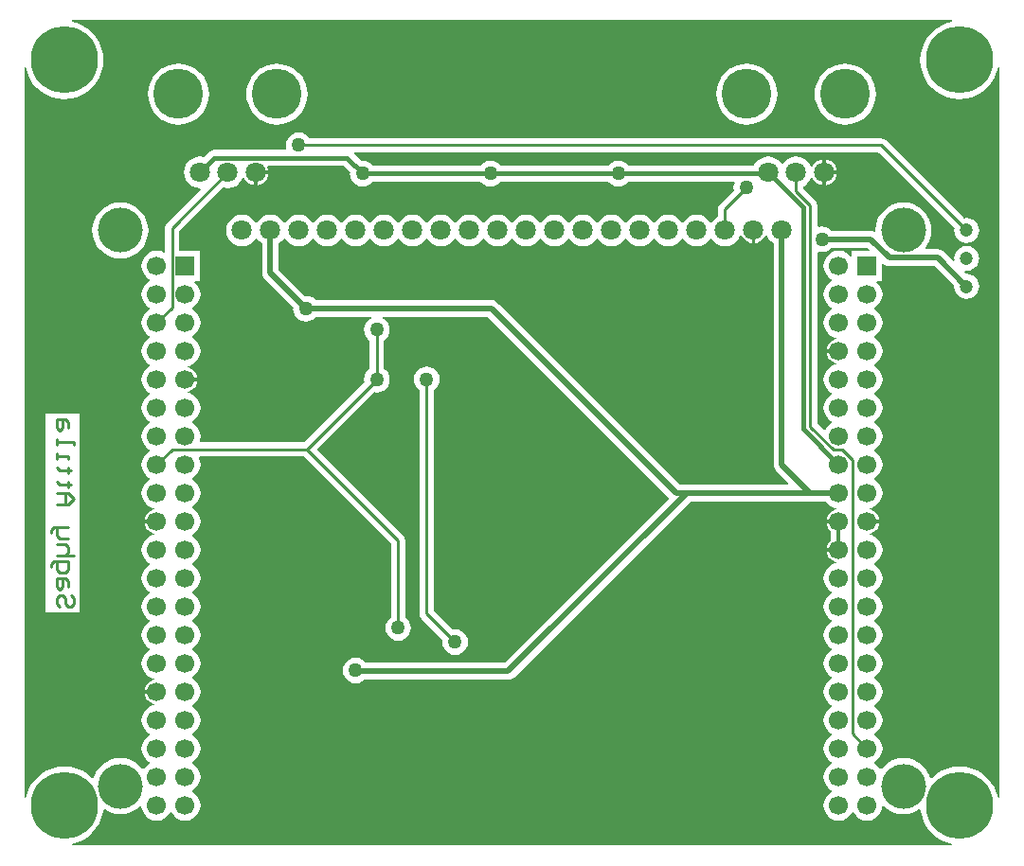
<source format=gbl>
G04*
G04 #@! TF.GenerationSoftware,Altium Limited,Altium Designer,23.3.1 (30)*
G04*
G04 Layer_Physical_Order=2*
G04 Layer_Color=16711680*
%FSLAX25Y25*%
%MOIN*%
G70*
G04*
G04 #@! TF.SameCoordinates,9A21843B-87D8-4875-86EA-9B3002E87254*
G04*
G04*
G04 #@! TF.FilePolarity,Positive*
G04*
G01*
G75*
%ADD12C,0.01000*%
%ADD34C,0.00984*%
%ADD35C,0.01378*%
%ADD36C,0.01968*%
%ADD37C,0.01575*%
%ADD38C,0.04724*%
%ADD39C,0.07087*%
%ADD40C,0.15748*%
%ADD41C,0.17559*%
%ADD42C,0.23622*%
%ADD43C,0.06693*%
%ADD44R,0.06693X0.06693*%
%ADD45C,0.05000*%
G36*
X332479Y296066D02*
X330729Y295646D01*
X328725Y294816D01*
X326876Y293682D01*
X325226Y292274D01*
X323818Y290624D01*
X322684Y288775D01*
X321854Y286771D01*
X321348Y284662D01*
X321178Y282500D01*
X321348Y280338D01*
X321854Y278229D01*
X322684Y276225D01*
X323818Y274376D01*
X325226Y272726D01*
X326876Y271318D01*
X328725Y270184D01*
X330729Y269354D01*
X332838Y268848D01*
X335000Y268678D01*
X337162Y268848D01*
X339271Y269354D01*
X341275Y270184D01*
X343124Y271318D01*
X344774Y272726D01*
X346182Y274376D01*
X347316Y276225D01*
X348146Y278229D01*
X348566Y279979D01*
X349066Y279920D01*
X349066Y22580D01*
X348566Y22521D01*
X348146Y24271D01*
X347316Y26275D01*
X346182Y28124D01*
X344774Y29774D01*
X343124Y31182D01*
X341275Y32316D01*
X339271Y33146D01*
X337162Y33652D01*
X335000Y33822D01*
X332838Y33652D01*
X330729Y33146D01*
X328725Y32316D01*
X326876Y31182D01*
X325226Y29774D01*
X325167Y29705D01*
X324678Y29807D01*
X324432Y30615D01*
X323519Y32325D01*
X322289Y33824D01*
X320790Y35054D01*
X319080Y35968D01*
X317225Y36531D01*
X315295Y36721D01*
X313366Y36531D01*
X311510Y35968D01*
X309801Y35054D01*
X308302Y33824D01*
X307557Y32917D01*
X306937Y32949D01*
X306291Y33791D01*
X305180Y34643D01*
X304921Y34750D01*
Y35250D01*
X305180Y35357D01*
X306291Y36209D01*
X307143Y37320D01*
X307678Y38612D01*
X307861Y40000D01*
X307678Y41388D01*
X307143Y42680D01*
X306291Y43791D01*
X305180Y44643D01*
X304921Y44750D01*
Y45250D01*
X305180Y45357D01*
X306291Y46209D01*
X307143Y47320D01*
X307678Y48612D01*
X307861Y50000D01*
X307678Y51388D01*
X307143Y52680D01*
X306291Y53791D01*
X305180Y54643D01*
X304921Y54750D01*
Y55250D01*
X305180Y55357D01*
X306291Y56209D01*
X307143Y57320D01*
X307678Y58613D01*
X307861Y60000D01*
X307678Y61387D01*
X307143Y62680D01*
X306291Y63791D01*
X305180Y64643D01*
X304921Y64750D01*
Y65250D01*
X305180Y65357D01*
X306291Y66209D01*
X307143Y67320D01*
X307678Y68612D01*
X307861Y70000D01*
X307678Y71387D01*
X307143Y72680D01*
X306291Y73791D01*
X305180Y74643D01*
X304921Y74750D01*
Y75250D01*
X305180Y75357D01*
X306291Y76209D01*
X307143Y77320D01*
X307678Y78613D01*
X307861Y80000D01*
X307678Y81388D01*
X307143Y82680D01*
X306291Y83791D01*
X305180Y84643D01*
X304921Y84750D01*
Y85250D01*
X305180Y85357D01*
X306291Y86209D01*
X307143Y87320D01*
X307678Y88613D01*
X307861Y90000D01*
X307678Y91387D01*
X307143Y92680D01*
X306291Y93791D01*
X305180Y94643D01*
X304921Y94750D01*
Y95250D01*
X305180Y95357D01*
X306291Y96209D01*
X307143Y97320D01*
X307678Y98612D01*
X307861Y100000D01*
X307678Y101388D01*
X307143Y102680D01*
X306291Y103791D01*
X305180Y104643D01*
X304921Y104750D01*
Y105250D01*
X305180Y105357D01*
X306291Y106209D01*
X307143Y107320D01*
X307678Y108613D01*
X307861Y110000D01*
X307678Y111388D01*
X307143Y112680D01*
X306291Y113791D01*
X305180Y114643D01*
X303888Y115178D01*
X303386Y115244D01*
X303386Y115749D01*
X303630Y115781D01*
X304684Y116217D01*
X305589Y116911D01*
X306283Y117816D01*
X306719Y118869D01*
X306790Y119409D01*
X302500D01*
Y120591D01*
X306790D01*
X306719Y121131D01*
X306283Y122184D01*
X305589Y123089D01*
X304684Y123783D01*
X303630Y124219D01*
X303386Y124251D01*
X303386Y124756D01*
X303888Y124822D01*
X305180Y125357D01*
X306291Y126209D01*
X307143Y127320D01*
X307678Y128612D01*
X307861Y130000D01*
X307678Y131387D01*
X307143Y132680D01*
X306291Y133791D01*
X305180Y134643D01*
X304921Y134750D01*
Y135250D01*
X305180Y135357D01*
X306291Y136209D01*
X307143Y137320D01*
X307678Y138612D01*
X307861Y140000D01*
X307678Y141387D01*
X307143Y142680D01*
X306291Y143791D01*
X305180Y144643D01*
X304921Y144750D01*
Y145250D01*
X305180Y145357D01*
X306291Y146209D01*
X307143Y147320D01*
X307678Y148612D01*
X307861Y150000D01*
X307678Y151388D01*
X307143Y152680D01*
X306291Y153791D01*
X305180Y154643D01*
X304921Y154750D01*
Y155250D01*
X305180Y155357D01*
X306291Y156209D01*
X307143Y157320D01*
X307678Y158613D01*
X307861Y160000D01*
X307678Y161388D01*
X307143Y162680D01*
X306291Y163791D01*
X305180Y164643D01*
X304921Y164750D01*
Y165250D01*
X305180Y165357D01*
X306291Y166209D01*
X307143Y167320D01*
X307678Y168613D01*
X307861Y170000D01*
X307678Y171388D01*
X307143Y172680D01*
X306291Y173791D01*
X305180Y174643D01*
X304921Y174750D01*
Y175250D01*
X305180Y175357D01*
X306291Y176209D01*
X307143Y177320D01*
X307678Y178612D01*
X307861Y180000D01*
X307678Y181387D01*
X307143Y182680D01*
X306291Y183791D01*
X305180Y184643D01*
X304921Y184750D01*
Y185250D01*
X305180Y185357D01*
X306291Y186209D01*
X307143Y187320D01*
X307678Y188612D01*
X307861Y190000D01*
X307678Y191387D01*
X307143Y192680D01*
X306291Y193791D01*
X305180Y194643D01*
X304921Y194750D01*
Y195250D01*
X305180Y195357D01*
X306291Y196209D01*
X307143Y197320D01*
X307678Y198612D01*
X307861Y200000D01*
X307678Y201388D01*
X307143Y202680D01*
X306291Y203791D01*
X305777Y204185D01*
X305946Y204685D01*
X307815D01*
Y210529D01*
X307902Y210575D01*
X308315Y210687D01*
X308851Y210275D01*
X309570Y209978D01*
X310340Y209876D01*
X310340Y209876D01*
X326227D01*
X333150Y202953D01*
X333132Y202815D01*
X333281Y201684D01*
X333717Y200631D01*
X334411Y199726D01*
X335316Y199032D01*
X336369Y198596D01*
X337500Y198447D01*
X338631Y198596D01*
X339684Y199032D01*
X340589Y199726D01*
X341283Y200631D01*
X341719Y201684D01*
X341868Y202815D01*
X341719Y203945D01*
X341283Y204999D01*
X340589Y205904D01*
X339684Y206598D01*
X338631Y207034D01*
X337500Y207183D01*
X337362Y207165D01*
X336627Y207900D01*
X336860Y208374D01*
X337500Y208289D01*
X338631Y208438D01*
X339684Y208875D01*
X340589Y209569D01*
X341283Y210473D01*
X341719Y211527D01*
X341868Y212657D01*
X341719Y213788D01*
X341283Y214842D01*
X340589Y215746D01*
X339684Y216440D01*
X338631Y216877D01*
X337500Y217026D01*
X336369Y216877D01*
X335316Y216440D01*
X334411Y215746D01*
X333717Y214842D01*
X333281Y213788D01*
X333132Y212657D01*
X333216Y212018D01*
X332743Y211784D01*
X329567Y214960D01*
X328950Y215434D01*
X328231Y215731D01*
X327461Y215833D01*
X323141D01*
X322927Y216285D01*
X323519Y217005D01*
X324432Y218715D01*
X324995Y220570D01*
X325185Y222500D01*
X324995Y224429D01*
X324432Y226285D01*
X323519Y227995D01*
X322289Y229493D01*
X320790Y230723D01*
X319080Y231637D01*
X317225Y232200D01*
X315295Y232390D01*
X313366Y232200D01*
X311510Y231637D01*
X309801Y230723D01*
X308302Y229493D01*
X307072Y227995D01*
X306158Y226285D01*
X305595Y224429D01*
X305405Y222500D01*
X305408Y222469D01*
X304940Y222122D01*
X304566Y222277D01*
X303795Y222378D01*
X289947D01*
X289787Y222587D01*
X288854Y223303D01*
X287767Y223753D01*
X286600Y223907D01*
X285509Y223763D01*
X285266Y223856D01*
X285009Y224028D01*
Y231312D01*
X284818Y232272D01*
X284274Y233086D01*
X280009Y237351D01*
Y238026D01*
X280280Y238138D01*
X281431Y239022D01*
X282315Y240173D01*
X282683Y241063D01*
X283225D01*
X283388Y240669D01*
X284113Y239724D01*
X285059Y238998D01*
X286161Y238542D01*
X286752Y238464D01*
Y242953D01*
Y247442D01*
X286161Y247364D01*
X285059Y246908D01*
X284113Y246182D01*
X283388Y245236D01*
X283225Y244842D01*
X282683D01*
X282315Y245732D01*
X281431Y246884D01*
X280280Y247767D01*
X278939Y248323D01*
X277500Y248512D01*
X276061Y248323D01*
X274720Y247767D01*
X273569Y246884D01*
X272882Y245988D01*
X272276D01*
X271588Y246884D01*
X270437Y247767D01*
X269096Y248323D01*
X267657Y248512D01*
X266219Y248323D01*
X264878Y247767D01*
X263726Y246884D01*
X262843Y245732D01*
X262655Y245280D01*
X218499D01*
X218187Y245687D01*
X217253Y246403D01*
X216166Y246853D01*
X215000Y247007D01*
X213833Y246853D01*
X212747Y246403D01*
X211813Y245687D01*
X211501Y245280D01*
X173500D01*
X173187Y245687D01*
X172254Y246403D01*
X171167Y246853D01*
X170000Y247007D01*
X168833Y246853D01*
X167746Y246403D01*
X166813Y245687D01*
X166500Y245280D01*
X128499D01*
X128187Y245687D01*
X127253Y246403D01*
X126166Y246853D01*
X125000Y247007D01*
X124491Y246940D01*
X121902Y249529D01*
X122093Y249991D01*
X306461D01*
X333227Y223225D01*
X333132Y222500D01*
X333281Y221370D01*
X333717Y220316D01*
X334411Y219411D01*
X335316Y218717D01*
X336369Y218281D01*
X337500Y218132D01*
X338631Y218281D01*
X339684Y218717D01*
X340589Y219411D01*
X341283Y220316D01*
X341719Y221370D01*
X341868Y222500D01*
X341719Y223630D01*
X341283Y224684D01*
X340589Y225589D01*
X339684Y226283D01*
X338631Y226719D01*
X337500Y226868D01*
X336775Y226773D01*
X309274Y254274D01*
X308460Y254818D01*
X307500Y255009D01*
X106207D01*
X105687Y255687D01*
X104753Y256403D01*
X103666Y256854D01*
X102500Y257007D01*
X101333Y256854D01*
X100247Y256403D01*
X99313Y255687D01*
X98597Y254753D01*
X98146Y253666D01*
X97993Y252500D01*
X98144Y251351D01*
X98148Y251246D01*
X97839Y250851D01*
X72776D01*
X72056Y250756D01*
X71386Y250478D01*
X70810Y250036D01*
X69096Y248323D01*
X67658Y248512D01*
X66219Y248323D01*
X64878Y247767D01*
X63726Y246884D01*
X62843Y245732D01*
X62287Y244392D01*
X62098Y242953D01*
X62287Y241514D01*
X62843Y240173D01*
X63726Y239022D01*
X64878Y238138D01*
X66219Y237583D01*
X67658Y237393D01*
X67733Y237403D01*
X67954Y236955D01*
X56100Y225101D01*
X55556Y224287D01*
X55365Y223327D01*
Y215107D01*
X54865Y214773D01*
X53887Y215178D01*
X52500Y215361D01*
X51113Y215178D01*
X49820Y214643D01*
X48709Y213791D01*
X47857Y212680D01*
X47322Y211387D01*
X47139Y210000D01*
X47322Y208612D01*
X47857Y207320D01*
X48709Y206209D01*
X49820Y205357D01*
X50079Y205250D01*
Y204750D01*
X49820Y204643D01*
X48709Y203791D01*
X47857Y202680D01*
X47322Y201388D01*
X47139Y200000D01*
X47322Y198612D01*
X47857Y197320D01*
X48709Y196209D01*
X49820Y195357D01*
X50079Y195250D01*
Y194750D01*
X49820Y194643D01*
X48709Y193791D01*
X47857Y192680D01*
X47322Y191387D01*
X47139Y190000D01*
X47322Y188612D01*
X47857Y187320D01*
X48709Y186209D01*
X49820Y185357D01*
X50079Y185250D01*
Y184750D01*
X49820Y184643D01*
X48709Y183791D01*
X47857Y182680D01*
X47322Y181387D01*
X47139Y180000D01*
X47322Y178612D01*
X47857Y177320D01*
X48709Y176209D01*
X49820Y175357D01*
X50079Y175250D01*
Y174750D01*
X49820Y174643D01*
X48709Y173791D01*
X47857Y172680D01*
X47322Y171388D01*
X47139Y170000D01*
X47322Y168613D01*
X47857Y167320D01*
X48709Y166209D01*
X49820Y165357D01*
X50079Y165250D01*
Y164750D01*
X49820Y164643D01*
X48709Y163791D01*
X47857Y162680D01*
X47322Y161388D01*
X47139Y160000D01*
X47322Y158613D01*
X47857Y157320D01*
X48709Y156209D01*
X49820Y155357D01*
X50079Y155250D01*
Y154750D01*
X49820Y154643D01*
X48709Y153791D01*
X47857Y152680D01*
X47322Y151388D01*
X47139Y150000D01*
X47322Y148612D01*
X47857Y147320D01*
X48709Y146209D01*
X49820Y145357D01*
X50079Y145250D01*
Y144750D01*
X49820Y144643D01*
X48709Y143791D01*
X47857Y142680D01*
X47322Y141387D01*
X47139Y140000D01*
X47322Y138612D01*
X47857Y137320D01*
X48709Y136209D01*
X49820Y135357D01*
X50079Y135250D01*
Y134750D01*
X49820Y134643D01*
X48709Y133791D01*
X47857Y132680D01*
X47322Y131387D01*
X47139Y130000D01*
X47322Y128612D01*
X47857Y127320D01*
X48709Y126209D01*
X49820Y125357D01*
X51113Y124822D01*
X51614Y124756D01*
X51614Y124251D01*
X51370Y124219D01*
X50316Y123783D01*
X49411Y123089D01*
X48717Y122184D01*
X48281Y121131D01*
X48210Y120591D01*
X52500D01*
Y119409D01*
X48210D01*
X48281Y118869D01*
X48717Y117816D01*
X49411Y116911D01*
X50316Y116217D01*
X51370Y115781D01*
X51614Y115749D01*
X51614Y115244D01*
X51113Y115178D01*
X49820Y114643D01*
X48709Y113791D01*
X47857Y112680D01*
X47322Y111388D01*
X47139Y110000D01*
X47322Y108613D01*
X47857Y107320D01*
X48709Y106209D01*
X49820Y105357D01*
X50079Y105250D01*
Y104750D01*
X49820Y104643D01*
X48709Y103791D01*
X47857Y102680D01*
X47322Y101388D01*
X47139Y100000D01*
X47322Y98612D01*
X47857Y97320D01*
X48709Y96209D01*
X49820Y95357D01*
X50079Y95250D01*
Y94750D01*
X49820Y94643D01*
X48709Y93791D01*
X47857Y92680D01*
X47322Y91387D01*
X47139Y90000D01*
X47322Y88613D01*
X47857Y87320D01*
X48709Y86209D01*
X49820Y85357D01*
X50079Y85250D01*
Y84750D01*
X49820Y84643D01*
X48709Y83791D01*
X47857Y82680D01*
X47322Y81388D01*
X47139Y80000D01*
X47322Y78613D01*
X47857Y77320D01*
X48709Y76209D01*
X49820Y75357D01*
X50079Y75250D01*
Y74750D01*
X49820Y74643D01*
X48709Y73791D01*
X47857Y72680D01*
X47322Y71387D01*
X47139Y70000D01*
X47322Y68612D01*
X47857Y67320D01*
X48709Y66209D01*
X49820Y65357D01*
X51113Y64822D01*
X51614Y64756D01*
X51614Y64252D01*
X51370Y64219D01*
X50316Y63783D01*
X49411Y63089D01*
X48717Y62184D01*
X48281Y61130D01*
X48210Y60590D01*
X52500D01*
Y59409D01*
X48210D01*
X48281Y58869D01*
X48717Y57816D01*
X49411Y56911D01*
X50316Y56217D01*
X51370Y55781D01*
X51614Y55748D01*
X51614Y55244D01*
X51113Y55178D01*
X49820Y54643D01*
X48709Y53791D01*
X47857Y52680D01*
X47322Y51388D01*
X47139Y50000D01*
X47322Y48612D01*
X47857Y47320D01*
X48709Y46209D01*
X49820Y45357D01*
X50079Y45250D01*
Y44750D01*
X49820Y44643D01*
X48709Y43791D01*
X47857Y42680D01*
X47322Y41388D01*
X47139Y40000D01*
X47322Y38612D01*
X47857Y37320D01*
X48709Y36209D01*
X49820Y35357D01*
X50079Y35250D01*
Y34750D01*
X49820Y34643D01*
X48709Y33791D01*
X48063Y32949D01*
X47442Y32917D01*
X46698Y33824D01*
X45199Y35054D01*
X43490Y35968D01*
X41634Y36531D01*
X39705Y36721D01*
X37775Y36531D01*
X35920Y35968D01*
X34210Y35054D01*
X32711Y33824D01*
X31481Y32325D01*
X30567Y30615D01*
X30322Y29807D01*
X29833Y29705D01*
X29774Y29774D01*
X28124Y31182D01*
X26275Y32316D01*
X24271Y33146D01*
X22162Y33652D01*
X20000Y33822D01*
X17838Y33652D01*
X15729Y33146D01*
X13725Y32316D01*
X11876Y31182D01*
X10226Y29774D01*
X8818Y28124D01*
X7684Y26275D01*
X6854Y24271D01*
X6434Y22521D01*
X5934Y22580D01*
X5934Y279920D01*
X6434Y279979D01*
X6854Y278229D01*
X7684Y276225D01*
X8818Y274376D01*
X10226Y272726D01*
X11876Y271318D01*
X13725Y270184D01*
X15729Y269354D01*
X17838Y268848D01*
X20000Y268678D01*
X22162Y268848D01*
X24271Y269354D01*
X26275Y270184D01*
X28124Y271318D01*
X29774Y272726D01*
X31182Y274376D01*
X32316Y276225D01*
X33146Y278229D01*
X33652Y280338D01*
X33822Y282500D01*
X33652Y284662D01*
X33146Y286771D01*
X32316Y288775D01*
X31182Y290624D01*
X29774Y292274D01*
X28124Y293682D01*
X26275Y294816D01*
X24271Y295646D01*
X22521Y296066D01*
X22580Y296566D01*
X332420Y296566D01*
X332479Y296066D01*
D02*
G37*
G36*
X120560Y243009D02*
X120493Y242500D01*
X120647Y241334D01*
X121097Y240247D01*
X121813Y239313D01*
X122747Y238597D01*
X123834Y238146D01*
X125000Y237993D01*
X126166Y238146D01*
X127253Y238597D01*
X128187Y239313D01*
X128499Y239720D01*
X166500D01*
X166813Y239313D01*
X167746Y238597D01*
X168833Y238146D01*
X170000Y237993D01*
X171167Y238146D01*
X172254Y238597D01*
X173187Y239313D01*
X173500Y239720D01*
X211501D01*
X211813Y239313D01*
X212747Y238597D01*
X213833Y238146D01*
X215000Y237993D01*
X216166Y238146D01*
X217253Y238597D01*
X218187Y239313D01*
X218499Y239720D01*
X255633D01*
X255911Y239305D01*
X255646Y238667D01*
X255493Y237500D01*
X255605Y236652D01*
X250726Y231774D01*
X250182Y230960D01*
X249991Y230000D01*
Y227427D01*
X249720Y227315D01*
X248569Y226431D01*
X247796Y225424D01*
X247661Y225383D01*
X247339D01*
X247204Y225424D01*
X246431Y226431D01*
X245280Y227315D01*
X243939Y227870D01*
X242500Y228059D01*
X241061Y227870D01*
X239720Y227315D01*
X238569Y226431D01*
X237796Y225424D01*
X237661Y225383D01*
X237339D01*
X237204Y225424D01*
X236431Y226431D01*
X235280Y227315D01*
X233939Y227870D01*
X232500Y228059D01*
X231061Y227870D01*
X229720Y227315D01*
X228569Y226431D01*
X227796Y225424D01*
X227661Y225383D01*
X227339D01*
X227204Y225424D01*
X226431Y226431D01*
X225280Y227315D01*
X223939Y227870D01*
X222500Y228059D01*
X221061Y227870D01*
X219720Y227315D01*
X218569Y226431D01*
X217796Y225424D01*
X217661Y225383D01*
X217339D01*
X217204Y225424D01*
X216431Y226431D01*
X215280Y227315D01*
X213939Y227870D01*
X212500Y228059D01*
X211061Y227870D01*
X209720Y227315D01*
X208569Y226431D01*
X207796Y225424D01*
X207661Y225383D01*
X207339D01*
X207204Y225424D01*
X206431Y226431D01*
X205280Y227315D01*
X203939Y227870D01*
X202500Y228059D01*
X201061Y227870D01*
X199720Y227315D01*
X198569Y226431D01*
X197796Y225424D01*
X197661Y225383D01*
X197339D01*
X197204Y225424D01*
X196431Y226431D01*
X195280Y227315D01*
X193939Y227870D01*
X192500Y228059D01*
X191061Y227870D01*
X189720Y227315D01*
X188569Y226431D01*
X187796Y225424D01*
X187661Y225383D01*
X187339D01*
X187204Y225424D01*
X186431Y226431D01*
X185280Y227315D01*
X183939Y227870D01*
X182500Y228059D01*
X181061Y227870D01*
X179720Y227315D01*
X178569Y226431D01*
X177796Y225424D01*
X177661Y225383D01*
X177339D01*
X177204Y225424D01*
X176431Y226431D01*
X175280Y227315D01*
X173939Y227870D01*
X172500Y228059D01*
X171061Y227870D01*
X169720Y227315D01*
X168569Y226431D01*
X167796Y225424D01*
X167661Y225383D01*
X167339D01*
X167204Y225424D01*
X166431Y226431D01*
X165280Y227315D01*
X163939Y227870D01*
X162500Y228059D01*
X161061Y227870D01*
X159720Y227315D01*
X158569Y226431D01*
X157796Y225424D01*
X157661Y225383D01*
X157339D01*
X157204Y225424D01*
X156431Y226431D01*
X155280Y227315D01*
X153939Y227870D01*
X152500Y228059D01*
X151061Y227870D01*
X149720Y227315D01*
X148569Y226431D01*
X147796Y225424D01*
X147661Y225383D01*
X147339D01*
X147204Y225424D01*
X146431Y226431D01*
X145280Y227315D01*
X143939Y227870D01*
X142500Y228059D01*
X141061Y227870D01*
X139720Y227315D01*
X138569Y226431D01*
X137796Y225424D01*
X137661Y225383D01*
X137339D01*
X137204Y225424D01*
X136431Y226431D01*
X135280Y227315D01*
X133939Y227870D01*
X132500Y228059D01*
X131061Y227870D01*
X129720Y227315D01*
X128569Y226431D01*
X127796Y225424D01*
X127661Y225383D01*
X127339D01*
X127204Y225424D01*
X126431Y226431D01*
X125280Y227315D01*
X123939Y227870D01*
X122500Y228059D01*
X121061Y227870D01*
X119720Y227315D01*
X118569Y226431D01*
X117796Y225424D01*
X117661Y225383D01*
X117339D01*
X117204Y225424D01*
X116431Y226431D01*
X115280Y227315D01*
X113939Y227870D01*
X112500Y228059D01*
X111061Y227870D01*
X109720Y227315D01*
X108569Y226431D01*
X107796Y225424D01*
X107661Y225383D01*
X107339D01*
X107204Y225424D01*
X106431Y226431D01*
X105280Y227315D01*
X103939Y227870D01*
X102500Y228059D01*
X101061Y227870D01*
X99720Y227315D01*
X98569Y226431D01*
X97796Y225424D01*
X97661Y225383D01*
X97339D01*
X97204Y225424D01*
X96431Y226431D01*
X95280Y227315D01*
X93939Y227870D01*
X92500Y228059D01*
X91061Y227870D01*
X89720Y227315D01*
X88569Y226431D01*
X87796Y225424D01*
X87661Y225383D01*
X87339D01*
X87204Y225424D01*
X86431Y226431D01*
X85280Y227315D01*
X83939Y227870D01*
X82500Y228059D01*
X81061Y227870D01*
X79720Y227315D01*
X78569Y226431D01*
X77685Y225280D01*
X77130Y223939D01*
X76941Y222500D01*
X77130Y221061D01*
X77685Y219720D01*
X78569Y218569D01*
X79720Y217685D01*
X81061Y217130D01*
X82500Y216941D01*
X83939Y217130D01*
X85280Y217685D01*
X86431Y218569D01*
X87204Y219576D01*
X87339Y219617D01*
X87661D01*
X87796Y219576D01*
X88569Y218569D01*
X89522Y217838D01*
Y207500D01*
X89623Y206729D01*
X89921Y206011D01*
X90394Y205394D01*
X100527Y195261D01*
X100493Y195000D01*
X100646Y193833D01*
X101097Y192746D01*
X101813Y191813D01*
X102746Y191097D01*
X103833Y190647D01*
X105000Y190493D01*
X106167Y190647D01*
X107254Y191097D01*
X108187Y191813D01*
X108347Y192022D01*
X127933D01*
X128033Y191522D01*
X127746Y191403D01*
X126813Y190687D01*
X126097Y189753D01*
X125646Y188666D01*
X125493Y187500D01*
X125646Y186334D01*
X126097Y185247D01*
X126813Y184313D01*
X127491Y183793D01*
Y173707D01*
X126813Y173187D01*
X126097Y172254D01*
X125646Y171167D01*
X125493Y170000D01*
X125604Y169152D01*
X104335Y147883D01*
X67826D01*
X67548Y148299D01*
X67678Y148612D01*
X67861Y150000D01*
X67678Y151388D01*
X67143Y152680D01*
X66291Y153791D01*
X65180Y154643D01*
X64921Y154750D01*
Y155250D01*
X65180Y155357D01*
X66291Y156209D01*
X67143Y157320D01*
X67678Y158613D01*
X67861Y160000D01*
X67678Y161388D01*
X67143Y162680D01*
X66291Y163791D01*
X65180Y164643D01*
X63888Y165178D01*
X63386Y165244D01*
X63386Y165749D01*
X63630Y165781D01*
X64684Y166217D01*
X65589Y166911D01*
X66283Y167816D01*
X66719Y168869D01*
X66790Y169409D01*
X62500D01*
Y170591D01*
X66790D01*
X66719Y171131D01*
X66283Y172184D01*
X65589Y173089D01*
X64684Y173783D01*
X63630Y174219D01*
X63386Y174251D01*
X63386Y174756D01*
X63888Y174822D01*
X65180Y175357D01*
X66291Y176209D01*
X67143Y177320D01*
X67678Y178612D01*
X67861Y180000D01*
X67678Y181387D01*
X67143Y182680D01*
X66291Y183791D01*
X65180Y184643D01*
X64921Y184750D01*
Y185250D01*
X65180Y185357D01*
X66291Y186209D01*
X67143Y187320D01*
X67678Y188612D01*
X67861Y190000D01*
X67678Y191387D01*
X67143Y192680D01*
X66291Y193791D01*
X65180Y194643D01*
X64921Y194750D01*
Y195250D01*
X65180Y195357D01*
X66291Y196209D01*
X67143Y197320D01*
X67678Y198612D01*
X67861Y200000D01*
X67678Y201388D01*
X67143Y202680D01*
X66291Y203791D01*
X65777Y204185D01*
X65946Y204685D01*
X67815D01*
Y215315D01*
X60383D01*
Y222288D01*
X75790Y237695D01*
X76061Y237583D01*
X77500Y237393D01*
X78939Y237583D01*
X80280Y238138D01*
X81431Y239022D01*
X82314Y240173D01*
X82683Y241063D01*
X83224D01*
X83388Y240669D01*
X84113Y239724D01*
X85059Y238998D01*
X86161Y238542D01*
X86752Y238464D01*
Y242953D01*
X87343D01*
Y243543D01*
X91831D01*
X91754Y244135D01*
X91482Y244791D01*
X91816Y245291D01*
X118278D01*
X120560Y243009D01*
D02*
G37*
G36*
X263090Y218011D02*
X263682Y218089D01*
X264783Y218545D01*
X265729Y219271D01*
X266455Y220217D01*
X266697Y220801D01*
X267238D01*
X267685Y219720D01*
X268569Y218569D01*
X269522Y217838D01*
Y140000D01*
X269623Y139229D01*
X269921Y138511D01*
X270394Y137894D01*
X274848Y133440D01*
X274657Y132978D01*
X236526D01*
X172398Y197106D01*
X171782Y197579D01*
X171063Y197877D01*
X170293Y197978D01*
X108347D01*
X108187Y198187D01*
X107254Y198903D01*
X106167Y199354D01*
X105000Y199507D01*
X104739Y199473D01*
X95478Y208734D01*
Y217838D01*
X96431Y218569D01*
X97204Y219576D01*
X97339Y219617D01*
X97661D01*
X97796Y219576D01*
X98569Y218569D01*
X99720Y217685D01*
X101061Y217130D01*
X102500Y216941D01*
X103939Y217130D01*
X105280Y217685D01*
X106431Y218569D01*
X107204Y219576D01*
X107339Y219617D01*
X107661D01*
X107796Y219576D01*
X108569Y218569D01*
X109720Y217685D01*
X111061Y217130D01*
X112500Y216941D01*
X113939Y217130D01*
X115280Y217685D01*
X116431Y218569D01*
X117204Y219576D01*
X117339Y219617D01*
X117661D01*
X117796Y219576D01*
X118569Y218569D01*
X119720Y217685D01*
X121061Y217130D01*
X122500Y216941D01*
X123939Y217130D01*
X125280Y217685D01*
X126431Y218569D01*
X127204Y219576D01*
X127339Y219617D01*
X127661D01*
X127796Y219576D01*
X128569Y218569D01*
X129720Y217685D01*
X131061Y217130D01*
X132500Y216941D01*
X133939Y217130D01*
X135280Y217685D01*
X136431Y218569D01*
X137204Y219576D01*
X137339Y219617D01*
X137661D01*
X137796Y219576D01*
X138569Y218569D01*
X139720Y217685D01*
X141061Y217130D01*
X142500Y216941D01*
X143939Y217130D01*
X145280Y217685D01*
X146431Y218569D01*
X147204Y219576D01*
X147339Y219617D01*
X147661D01*
X147796Y219576D01*
X148569Y218569D01*
X149720Y217685D01*
X151061Y217130D01*
X152500Y216941D01*
X153939Y217130D01*
X155280Y217685D01*
X156431Y218569D01*
X157204Y219576D01*
X157339Y219617D01*
X157661D01*
X157796Y219576D01*
X158569Y218569D01*
X159720Y217685D01*
X161061Y217130D01*
X162500Y216941D01*
X163939Y217130D01*
X165280Y217685D01*
X166431Y218569D01*
X167204Y219576D01*
X167339Y219617D01*
X167661D01*
X167796Y219576D01*
X168569Y218569D01*
X169720Y217685D01*
X171061Y217130D01*
X172500Y216941D01*
X173939Y217130D01*
X175280Y217685D01*
X176431Y218569D01*
X177204Y219576D01*
X177339Y219617D01*
X177661D01*
X177796Y219576D01*
X178569Y218569D01*
X179720Y217685D01*
X181061Y217130D01*
X182500Y216941D01*
X183939Y217130D01*
X185280Y217685D01*
X186431Y218569D01*
X187204Y219576D01*
X187339Y219617D01*
X187661D01*
X187796Y219576D01*
X188569Y218569D01*
X189720Y217685D01*
X191061Y217130D01*
X192500Y216941D01*
X193939Y217130D01*
X195280Y217685D01*
X196431Y218569D01*
X197204Y219576D01*
X197339Y219617D01*
X197661D01*
X197796Y219576D01*
X198569Y218569D01*
X199720Y217685D01*
X201061Y217130D01*
X202500Y216941D01*
X203939Y217130D01*
X205280Y217685D01*
X206431Y218569D01*
X207204Y219576D01*
X207339Y219617D01*
X207661D01*
X207796Y219576D01*
X208569Y218569D01*
X209720Y217685D01*
X211061Y217130D01*
X212500Y216941D01*
X213939Y217130D01*
X215280Y217685D01*
X216431Y218569D01*
X217204Y219576D01*
X217339Y219617D01*
X217661D01*
X217796Y219576D01*
X218569Y218569D01*
X219720Y217685D01*
X221061Y217130D01*
X222500Y216941D01*
X223939Y217130D01*
X225280Y217685D01*
X226431Y218569D01*
X227204Y219576D01*
X227339Y219617D01*
X227661D01*
X227796Y219576D01*
X228569Y218569D01*
X229720Y217685D01*
X231061Y217130D01*
X232500Y216941D01*
X233939Y217130D01*
X235280Y217685D01*
X236431Y218569D01*
X237204Y219576D01*
X237339Y219617D01*
X237661D01*
X237796Y219576D01*
X238569Y218569D01*
X239720Y217685D01*
X241061Y217130D01*
X242500Y216941D01*
X243939Y217130D01*
X245280Y217685D01*
X246431Y218569D01*
X247204Y219576D01*
X247339Y219617D01*
X247661D01*
X247796Y219576D01*
X248569Y218569D01*
X249720Y217685D01*
X251061Y217130D01*
X252500Y216941D01*
X253939Y217130D01*
X255280Y217685D01*
X256431Y218569D01*
X257314Y219720D01*
X257762Y220801D01*
X258303D01*
X258545Y220217D01*
X259271Y219271D01*
X260217Y218545D01*
X261318Y218089D01*
X261909Y218011D01*
Y222500D01*
X263090D01*
Y218011D01*
D02*
G37*
G36*
X303206Y215777D02*
X303015Y215315D01*
X297185D01*
Y213446D01*
X296685Y213277D01*
X296291Y213791D01*
X295180Y214643D01*
X293887Y215178D01*
X292500Y215361D01*
X291112Y215178D01*
X289820Y214643D01*
X288709Y213791D01*
X287857Y212680D01*
X287322Y211387D01*
X287139Y210000D01*
X287322Y208612D01*
X287857Y207320D01*
X288709Y206209D01*
X289820Y205357D01*
X290079Y205250D01*
Y204750D01*
X289820Y204643D01*
X288709Y203791D01*
X287857Y202680D01*
X287322Y201388D01*
X287139Y200000D01*
X287322Y198612D01*
X287857Y197320D01*
X288709Y196209D01*
X289820Y195357D01*
X290079Y195250D01*
Y194750D01*
X289820Y194643D01*
X288709Y193791D01*
X287857Y192680D01*
X287322Y191387D01*
X287139Y190000D01*
X287322Y188612D01*
X287857Y187320D01*
X288709Y186209D01*
X289820Y185357D01*
X291112Y184822D01*
X291614Y184756D01*
X291614Y184251D01*
X291370Y184219D01*
X290316Y183783D01*
X289411Y183089D01*
X288717Y182184D01*
X288281Y181131D01*
X288210Y180591D01*
X292500D01*
Y179409D01*
X288210D01*
X288281Y178869D01*
X288717Y177816D01*
X289411Y176911D01*
X290316Y176217D01*
X291370Y175781D01*
X291614Y175749D01*
X291614Y175244D01*
X291112Y175178D01*
X289820Y174643D01*
X288709Y173791D01*
X287857Y172680D01*
X287322Y171388D01*
X287139Y170000D01*
X287322Y168613D01*
X287857Y167320D01*
X288709Y166209D01*
X289820Y165357D01*
X290079Y165250D01*
Y164750D01*
X289820Y164643D01*
X288709Y163791D01*
X287857Y162680D01*
X287322Y161388D01*
X287139Y160000D01*
X287322Y158613D01*
X287857Y157320D01*
X288709Y156209D01*
X289820Y155357D01*
X290079Y155250D01*
Y154750D01*
X289820Y154643D01*
X288709Y153791D01*
X287857Y152680D01*
X287727Y152366D01*
X287237Y152269D01*
X285009Y154497D01*
Y214772D01*
X285266Y214944D01*
X285509Y215037D01*
X286600Y214893D01*
X287767Y215047D01*
X288854Y215497D01*
X289787Y216213D01*
X289947Y216422D01*
X302561D01*
X303206Y215777D01*
D02*
G37*
G36*
X232920Y128161D02*
X174937Y70178D01*
X126077D01*
X125687Y70687D01*
X124753Y71403D01*
X123667Y71854D01*
X122500Y72007D01*
X121334Y71854D01*
X120247Y71403D01*
X119313Y70687D01*
X118597Y69753D01*
X118147Y68666D01*
X117993Y67500D01*
X118147Y66334D01*
X118597Y65246D01*
X119313Y64313D01*
X120247Y63597D01*
X121334Y63147D01*
X122500Y62993D01*
X123667Y63147D01*
X124753Y63597D01*
X125568Y64222D01*
X176171D01*
X176942Y64323D01*
X177660Y64621D01*
X178277Y65094D01*
X240205Y127022D01*
X288086D01*
X288709Y126209D01*
X289820Y125357D01*
X291112Y124822D01*
X291614Y124756D01*
X291614Y124251D01*
X291370Y124219D01*
X290316Y123783D01*
X289411Y123089D01*
X288717Y122184D01*
X288281Y121131D01*
X288210Y120591D01*
X292500D01*
Y119409D01*
X288210D01*
X288281Y118869D01*
X288717Y117816D01*
X289411Y116911D01*
X289820Y116598D01*
Y113402D01*
X289411Y113089D01*
X288717Y112184D01*
X288281Y111130D01*
X288210Y110591D01*
X292500D01*
Y109409D01*
X288210D01*
X288281Y108870D01*
X288717Y107816D01*
X289411Y106911D01*
X290316Y106217D01*
X291370Y105781D01*
X291614Y105748D01*
X291614Y105244D01*
X291112Y105178D01*
X289820Y104643D01*
X288709Y103791D01*
X287857Y102680D01*
X287322Y101388D01*
X287139Y100000D01*
X287322Y98612D01*
X287857Y97320D01*
X288709Y96209D01*
X289820Y95357D01*
X290079Y95250D01*
Y94750D01*
X289820Y94643D01*
X288709Y93791D01*
X287857Y92680D01*
X287322Y91387D01*
X287139Y90000D01*
X287322Y88613D01*
X287857Y87320D01*
X288709Y86209D01*
X289820Y85357D01*
X290079Y85250D01*
Y84750D01*
X289820Y84643D01*
X288709Y83791D01*
X287857Y82680D01*
X287322Y81388D01*
X287139Y80000D01*
X287322Y78613D01*
X287857Y77320D01*
X288709Y76209D01*
X289820Y75357D01*
X290079Y75250D01*
Y74750D01*
X289820Y74643D01*
X288709Y73791D01*
X287857Y72680D01*
X287322Y71387D01*
X287139Y70000D01*
X287322Y68612D01*
X287857Y67320D01*
X288709Y66209D01*
X289820Y65357D01*
X290079Y65250D01*
Y64750D01*
X289820Y64643D01*
X288709Y63791D01*
X287857Y62680D01*
X287322Y61387D01*
X287139Y60000D01*
X287322Y58613D01*
X287857Y57320D01*
X288709Y56209D01*
X289820Y55357D01*
X290079Y55250D01*
Y54750D01*
X289820Y54643D01*
X288709Y53791D01*
X287857Y52680D01*
X287322Y51388D01*
X287139Y50000D01*
X287322Y48612D01*
X287857Y47320D01*
X288709Y46209D01*
X289820Y45357D01*
X290079Y45250D01*
Y44750D01*
X289820Y44643D01*
X288709Y43791D01*
X287857Y42680D01*
X287322Y41388D01*
X287139Y40000D01*
X287322Y38612D01*
X287857Y37320D01*
X288709Y36209D01*
X289820Y35357D01*
X290079Y35250D01*
Y34750D01*
X289820Y34643D01*
X288709Y33791D01*
X287857Y32680D01*
X287322Y31387D01*
X287139Y30000D01*
X287322Y28613D01*
X287857Y27320D01*
X288709Y26209D01*
X289820Y25357D01*
X290079Y25250D01*
Y24750D01*
X289820Y24643D01*
X288709Y23791D01*
X287857Y22680D01*
X287322Y21387D01*
X287139Y20000D01*
X287322Y18612D01*
X287857Y17320D01*
X288709Y16209D01*
X289820Y15357D01*
X291112Y14822D01*
X292500Y14639D01*
X293887Y14822D01*
X295180Y15357D01*
X296291Y16209D01*
X297143Y17320D01*
X297250Y17579D01*
X297750D01*
X297857Y17320D01*
X298709Y16209D01*
X299820Y15357D01*
X301113Y14822D01*
X302500Y14639D01*
X303888Y14822D01*
X305180Y15357D01*
X306291Y16209D01*
X307143Y17320D01*
X307678Y18612D01*
X307814Y19644D01*
X308174Y19787D01*
X308340Y19806D01*
X309801Y18607D01*
X311510Y17693D01*
X313366Y17131D01*
X315295Y16941D01*
X317225Y17131D01*
X319080Y17693D01*
X320790Y18607D01*
X320840Y18648D01*
X321300Y18452D01*
X321348Y17838D01*
X321854Y15729D01*
X322684Y13725D01*
X323818Y11876D01*
X325226Y10226D01*
X326876Y8818D01*
X328725Y7684D01*
X330729Y6854D01*
X332479Y6434D01*
X332420Y5934D01*
X22580Y5934D01*
X22521Y6434D01*
X24271Y6854D01*
X26275Y7684D01*
X28124Y8818D01*
X29774Y10226D01*
X31182Y11876D01*
X32316Y13725D01*
X33146Y15729D01*
X33652Y17838D01*
X33700Y18452D01*
X34160Y18648D01*
X34210Y18607D01*
X35920Y17693D01*
X37775Y17131D01*
X39705Y16941D01*
X41634Y17131D01*
X43490Y17693D01*
X45199Y18607D01*
X46660Y19806D01*
X46826Y19787D01*
X47186Y19644D01*
X47322Y18612D01*
X47857Y17320D01*
X48709Y16209D01*
X49820Y15357D01*
X51113Y14822D01*
X52500Y14639D01*
X53887Y14822D01*
X55180Y15357D01*
X56291Y16209D01*
X57143Y17320D01*
X57250Y17579D01*
X57750D01*
X57857Y17320D01*
X58709Y16209D01*
X59820Y15357D01*
X61112Y14822D01*
X62500Y14639D01*
X63888Y14822D01*
X65180Y15357D01*
X66291Y16209D01*
X67143Y17320D01*
X67678Y18612D01*
X67861Y20000D01*
X67678Y21387D01*
X67143Y22680D01*
X66291Y23791D01*
X65180Y24643D01*
X64921Y24750D01*
Y25250D01*
X65180Y25357D01*
X66291Y26209D01*
X67143Y27320D01*
X67678Y28613D01*
X67861Y30000D01*
X67678Y31387D01*
X67143Y32680D01*
X66291Y33791D01*
X65180Y34643D01*
X64921Y34750D01*
Y35250D01*
X65180Y35357D01*
X66291Y36209D01*
X67143Y37320D01*
X67678Y38612D01*
X67861Y40000D01*
X67678Y41388D01*
X67143Y42680D01*
X66291Y43791D01*
X65180Y44643D01*
X64921Y44750D01*
Y45250D01*
X65180Y45357D01*
X66291Y46209D01*
X67143Y47320D01*
X67678Y48612D01*
X67861Y50000D01*
X67678Y51388D01*
X67143Y52680D01*
X66291Y53791D01*
X65180Y54643D01*
X64921Y54750D01*
Y55250D01*
X65180Y55357D01*
X66291Y56209D01*
X67143Y57320D01*
X67678Y58613D01*
X67861Y60000D01*
X67678Y61387D01*
X67143Y62680D01*
X66291Y63791D01*
X65180Y64643D01*
X64921Y64750D01*
Y65250D01*
X65180Y65357D01*
X66291Y66209D01*
X67143Y67320D01*
X67678Y68612D01*
X67861Y70000D01*
X67678Y71387D01*
X67143Y72680D01*
X66291Y73791D01*
X65180Y74643D01*
X64921Y74750D01*
Y75250D01*
X65180Y75357D01*
X66291Y76209D01*
X67143Y77320D01*
X67678Y78613D01*
X67861Y80000D01*
X67678Y81388D01*
X67143Y82680D01*
X66291Y83791D01*
X65180Y84643D01*
X64921Y84750D01*
Y85250D01*
X65180Y85357D01*
X66291Y86209D01*
X67143Y87320D01*
X67678Y88613D01*
X67861Y90000D01*
X67678Y91387D01*
X67143Y92680D01*
X66291Y93791D01*
X65180Y94643D01*
X64921Y94750D01*
Y95250D01*
X65180Y95357D01*
X66291Y96209D01*
X67143Y97320D01*
X67678Y98612D01*
X67861Y100000D01*
X67678Y101388D01*
X67143Y102680D01*
X66291Y103791D01*
X65180Y104643D01*
X64921Y104750D01*
Y105250D01*
X65180Y105357D01*
X66291Y106209D01*
X67143Y107320D01*
X67678Y108613D01*
X67861Y110000D01*
X67678Y111388D01*
X67143Y112680D01*
X66291Y113791D01*
X65180Y114643D01*
X64921Y114750D01*
Y115250D01*
X65180Y115357D01*
X66291Y116209D01*
X67143Y117320D01*
X67678Y118613D01*
X67861Y120000D01*
X67678Y121388D01*
X67143Y122680D01*
X66291Y123791D01*
X65180Y124643D01*
X64921Y124750D01*
Y125250D01*
X65180Y125357D01*
X66291Y126209D01*
X67143Y127320D01*
X67678Y128612D01*
X67861Y130000D01*
X67678Y131387D01*
X67143Y132680D01*
X66291Y133791D01*
X65180Y134643D01*
X64921Y134750D01*
Y135250D01*
X65180Y135357D01*
X66291Y136209D01*
X67143Y137320D01*
X67678Y138612D01*
X67861Y140000D01*
X67678Y141387D01*
X67273Y142365D01*
X67607Y142865D01*
X104335D01*
X134991Y112209D01*
Y86207D01*
X134313Y85687D01*
X133597Y84754D01*
X133147Y83666D01*
X132993Y82500D01*
X133147Y81334D01*
X133597Y80247D01*
X134313Y79313D01*
X135247Y78597D01*
X136334Y78146D01*
X137500Y77993D01*
X138666Y78146D01*
X139753Y78597D01*
X140687Y79313D01*
X141403Y80247D01*
X141853Y81334D01*
X142007Y82500D01*
X141853Y83666D01*
X141403Y84754D01*
X140687Y85687D01*
X140009Y86207D01*
Y113248D01*
X139818Y114208D01*
X139274Y115022D01*
X108922Y145374D01*
X129153Y165604D01*
X130000Y165493D01*
X131167Y165647D01*
X132254Y166097D01*
X133187Y166813D01*
X133903Y167746D01*
X134353Y168833D01*
X134507Y170000D01*
X134353Y171167D01*
X133903Y172254D01*
X133187Y173187D01*
X132509Y173707D01*
Y183793D01*
X133187Y184313D01*
X133903Y185247D01*
X134353Y186334D01*
X134507Y187500D01*
X134353Y188666D01*
X133903Y189753D01*
X133187Y190687D01*
X132254Y191403D01*
X131967Y191522D01*
X132067Y192022D01*
X169059D01*
X232920Y128161D01*
D02*
G37*
%LPC*%
G36*
X294823Y281293D02*
X293136Y281160D01*
X291491Y280765D01*
X289928Y280118D01*
X288486Y279234D01*
X287199Y278135D01*
X286101Y276849D01*
X285217Y275406D01*
X284569Y273843D01*
X284174Y272198D01*
X284042Y270512D01*
X284174Y268825D01*
X284569Y267180D01*
X285217Y265617D01*
X286101Y264175D01*
X287199Y262888D01*
X288486Y261790D01*
X289928Y260906D01*
X291491Y260258D01*
X293136Y259863D01*
X294823Y259731D01*
X296509Y259863D01*
X298154Y260258D01*
X299717Y260906D01*
X301160Y261790D01*
X302446Y262888D01*
X303545Y264175D01*
X304429Y265617D01*
X305076Y267180D01*
X305471Y268825D01*
X305604Y270512D01*
X305471Y272198D01*
X305076Y273843D01*
X304429Y275406D01*
X303545Y276849D01*
X302446Y278135D01*
X301160Y279234D01*
X299717Y280118D01*
X298154Y280765D01*
X296509Y281160D01*
X294823Y281293D01*
D02*
G37*
G36*
X260177D02*
X258491Y281160D01*
X256846Y280765D01*
X255283Y280118D01*
X253840Y279234D01*
X252554Y278135D01*
X251455Y276849D01*
X250571Y275406D01*
X249924Y273843D01*
X249529Y272198D01*
X249396Y270512D01*
X249529Y268825D01*
X249924Y267180D01*
X250571Y265617D01*
X251455Y264175D01*
X252554Y262888D01*
X253840Y261790D01*
X255283Y260906D01*
X256846Y260258D01*
X258491Y259863D01*
X260177Y259731D01*
X261864Y259863D01*
X263509Y260258D01*
X265072Y260906D01*
X266514Y261790D01*
X267801Y262888D01*
X268899Y264175D01*
X269783Y265617D01*
X270431Y267180D01*
X270826Y268825D01*
X270958Y270512D01*
X270826Y272198D01*
X270431Y273843D01*
X269783Y275406D01*
X268899Y276849D01*
X267801Y278135D01*
X266514Y279234D01*
X265072Y280118D01*
X263509Y280765D01*
X261864Y281160D01*
X260177Y281293D01*
D02*
G37*
G36*
X94823D02*
X93136Y281160D01*
X91491Y280765D01*
X89928Y280118D01*
X88486Y279234D01*
X87199Y278135D01*
X86101Y276849D01*
X85217Y275406D01*
X84569Y273843D01*
X84174Y272198D01*
X84042Y270512D01*
X84174Y268825D01*
X84569Y267180D01*
X85217Y265617D01*
X86101Y264175D01*
X87199Y262888D01*
X88486Y261790D01*
X89928Y260906D01*
X91491Y260258D01*
X93136Y259863D01*
X94823Y259731D01*
X96509Y259863D01*
X98154Y260258D01*
X99717Y260906D01*
X101160Y261790D01*
X102446Y262888D01*
X103545Y264175D01*
X104429Y265617D01*
X105076Y267180D01*
X105471Y268825D01*
X105604Y270512D01*
X105471Y272198D01*
X105076Y273843D01*
X104429Y275406D01*
X103545Y276849D01*
X102446Y278135D01*
X101160Y279234D01*
X99717Y280118D01*
X98154Y280765D01*
X96509Y281160D01*
X94823Y281293D01*
D02*
G37*
G36*
X60177D02*
X58491Y281160D01*
X56846Y280765D01*
X55283Y280118D01*
X53840Y279234D01*
X52554Y278135D01*
X51455Y276849D01*
X50571Y275406D01*
X49924Y273843D01*
X49529Y272198D01*
X49396Y270512D01*
X49529Y268825D01*
X49924Y267180D01*
X50571Y265617D01*
X51455Y264175D01*
X52554Y262888D01*
X53840Y261790D01*
X55283Y260906D01*
X56846Y260258D01*
X58491Y259863D01*
X60177Y259731D01*
X61864Y259863D01*
X63509Y260258D01*
X65072Y260906D01*
X66514Y261790D01*
X67801Y262888D01*
X68899Y264175D01*
X69783Y265617D01*
X70431Y267180D01*
X70826Y268825D01*
X70958Y270512D01*
X70826Y272198D01*
X70431Y273843D01*
X69783Y275406D01*
X68899Y276849D01*
X67801Y278135D01*
X66514Y279234D01*
X65072Y280118D01*
X63509Y280765D01*
X61864Y281160D01*
X60177Y281293D01*
D02*
G37*
G36*
X287933Y247442D02*
Y243543D01*
X291831D01*
X291754Y244135D01*
X291297Y245236D01*
X290572Y246182D01*
X289626Y246908D01*
X288524Y247364D01*
X287933Y247442D01*
D02*
G37*
G36*
X291831Y242362D02*
X287933D01*
Y238464D01*
X288524Y238542D01*
X289626Y238998D01*
X290572Y239724D01*
X291297Y240669D01*
X291754Y241771D01*
X291831Y242362D01*
D02*
G37*
G36*
X39705Y232390D02*
X37775Y232200D01*
X35920Y231637D01*
X34210Y230723D01*
X32711Y229493D01*
X31481Y227995D01*
X30567Y226285D01*
X30005Y224429D01*
X29815Y222500D01*
X30005Y220570D01*
X30567Y218715D01*
X31481Y217005D01*
X32711Y215507D01*
X34210Y214277D01*
X35920Y213363D01*
X37775Y212800D01*
X39705Y212610D01*
X41634Y212800D01*
X43490Y213363D01*
X45199Y214277D01*
X46698Y215507D01*
X47928Y217005D01*
X48842Y218715D01*
X49405Y220570D01*
X49595Y222500D01*
X49405Y224429D01*
X48842Y226285D01*
X47928Y227995D01*
X46698Y229493D01*
X45199Y230723D01*
X43490Y231637D01*
X41634Y232200D01*
X39705Y232390D01*
D02*
G37*
G36*
X25482Y157963D02*
X13516D01*
Y88016D01*
X25482D01*
Y157963D01*
D02*
G37*
G36*
X91831Y242362D02*
X87933D01*
Y238464D01*
X88525Y238542D01*
X89626Y238998D01*
X90572Y239724D01*
X91297Y240669D01*
X91754Y241771D01*
X91831Y242362D01*
D02*
G37*
G36*
X147500Y174507D02*
X146334Y174354D01*
X145247Y173903D01*
X144313Y173187D01*
X143597Y172254D01*
X143147Y171167D01*
X142993Y170000D01*
X143147Y168833D01*
X143597Y167746D01*
X144313Y166813D01*
X144991Y166293D01*
Y87500D01*
X145182Y86540D01*
X145726Y85726D01*
X153104Y78347D01*
X152993Y77500D01*
X153147Y76333D01*
X153597Y75247D01*
X154313Y74313D01*
X155246Y73597D01*
X156333Y73146D01*
X157500Y72993D01*
X158667Y73146D01*
X159754Y73597D01*
X160687Y74313D01*
X161403Y75247D01*
X161854Y76333D01*
X162007Y77500D01*
X161854Y78667D01*
X161403Y79754D01*
X160687Y80687D01*
X159754Y81403D01*
X158667Y81853D01*
X157500Y82007D01*
X156652Y81896D01*
X150009Y88539D01*
Y166293D01*
X150687Y166813D01*
X151403Y167746D01*
X151854Y168833D01*
X152007Y170000D01*
X151854Y171167D01*
X151403Y172254D01*
X150687Y173187D01*
X149753Y173903D01*
X148667Y174354D01*
X147500Y174507D01*
D02*
G37*
%LPD*%
D12*
X22498Y93999D02*
X23498Y92999D01*
Y91000D01*
X22498Y90000D01*
X21499D01*
X20499Y91000D01*
Y92999D01*
X19499Y93999D01*
X18500D01*
X17500Y92999D01*
Y91000D01*
X18500Y90000D01*
X21499Y96998D02*
Y98997D01*
X20499Y99997D01*
X17500D01*
Y96998D01*
X18500Y95998D01*
X19499Y96998D01*
Y99997D01*
X15501Y103996D02*
Y104995D01*
X16500Y105995D01*
X21499D01*
Y102996D01*
X20499Y101996D01*
X18500D01*
X17500Y102996D01*
Y105995D01*
X23498Y107994D02*
X17500D01*
X20499D01*
X21499Y108994D01*
Y110993D01*
X20499Y111993D01*
X17500D01*
X21499Y113992D02*
X18500D01*
X17500Y114992D01*
Y117991D01*
X16500D01*
X15501Y116991D01*
Y115992D01*
X17500Y117991D02*
X21499D01*
X17500Y125988D02*
X21499D01*
X23498Y127988D01*
X21499Y129987D01*
X17500D01*
X20499D01*
Y125988D01*
X22498Y132986D02*
X21499D01*
Y131986D01*
Y133986D01*
Y132986D01*
X18500D01*
X17500Y133986D01*
X22498Y137985D02*
X21499D01*
Y136985D01*
Y138984D01*
Y137985D01*
X18500D01*
X17500Y138984D01*
Y141983D02*
Y143983D01*
Y142983D01*
X21499D01*
Y141983D01*
X17500Y146982D02*
Y148981D01*
Y147981D01*
X23498D01*
Y146982D01*
X21499Y152980D02*
Y154979D01*
X20499Y155979D01*
X17500D01*
Y152980D01*
X18500Y151980D01*
X19499Y152980D01*
Y155979D01*
D34*
X130000Y170000D02*
Y187500D01*
X137500Y82500D02*
Y113248D01*
X105374Y145374D02*
X137500Y113248D01*
X57874Y145374D02*
X105374D01*
X130000Y170000D01*
X147500Y87500D02*
Y170000D01*
Y87500D02*
X157500Y77500D01*
X277500Y236312D02*
X282500Y231312D01*
Y153458D02*
Y231312D01*
Y153458D02*
X290584Y145374D01*
X102500Y252500D02*
X307500D01*
X337500Y222500D01*
X252500D02*
Y230000D01*
X260000Y237500D01*
X52500Y140000D02*
X57874Y145374D01*
X52500Y190000D02*
X57874Y195374D01*
Y223327D01*
X77500Y242953D01*
X297313Y45187D02*
X302500Y40000D01*
X297313Y45187D02*
Y141729D01*
X293668Y145374D02*
X297313Y141729D01*
X290584Y145374D02*
X293668D01*
X277500Y236312D02*
Y242953D01*
D35*
X292500Y110000D02*
Y120000D01*
D36*
X92500Y207500D02*
X105000Y195000D01*
X92500Y207500D02*
Y222500D01*
X170293Y195000D02*
X235293Y130000D01*
X105000Y195000D02*
X170293D01*
X122800Y67200D02*
X176171D01*
X122500Y67500D02*
X122800Y67200D01*
X235293Y130000D02*
X238971D01*
X282500D01*
X292500D01*
X310340Y212854D02*
X327461D01*
X303795Y219400D02*
X310340Y212854D01*
X286600Y219400D02*
X303795D01*
X327461Y212854D02*
X337500Y202815D01*
X272500Y140000D02*
X282500Y130000D01*
X272500Y140000D02*
Y222500D01*
X176171Y67200D02*
X238971Y130000D01*
D37*
X267657Y242953D02*
X280000Y230610D01*
Y152500D02*
X292500Y140000D01*
X280000Y152500D02*
Y230610D01*
X267205Y242500D02*
X267657Y242953D01*
X170000Y242500D02*
X215000D01*
X267205D01*
X119429Y248071D02*
X125000Y242500D01*
X67658Y242953D02*
X72776Y248071D01*
X119429D01*
X125000Y242500D02*
X170000D01*
D38*
X337500Y222500D02*
D03*
Y212657D02*
D03*
Y202815D02*
D03*
D39*
X272500Y222500D02*
D03*
X262500D02*
D03*
X252500D02*
D03*
X242500D02*
D03*
X232500D02*
D03*
X222500D02*
D03*
X212500D02*
D03*
X202500D02*
D03*
X192500D02*
D03*
X182500D02*
D03*
X172500D02*
D03*
X162500D02*
D03*
X152500D02*
D03*
X142500D02*
D03*
X132500D02*
D03*
X122500D02*
D03*
X112500D02*
D03*
X102500D02*
D03*
X92500D02*
D03*
X82500D02*
D03*
X287343Y242953D02*
D03*
X277500D02*
D03*
X267657D02*
D03*
X87343D02*
D03*
X77500D02*
D03*
X67658D02*
D03*
D40*
X315295Y222500D02*
D03*
X39705D02*
D03*
X315295Y26831D02*
D03*
X39705D02*
D03*
D41*
X294823Y270512D02*
D03*
X260177D02*
D03*
X94823D02*
D03*
X60177D02*
D03*
D42*
X335000Y282500D02*
D03*
Y20000D02*
D03*
X20000D02*
D03*
Y282500D02*
D03*
D43*
X62500Y20000D02*
D03*
X52500D02*
D03*
X302500D02*
D03*
X292500D02*
D03*
Y30000D02*
D03*
X302500D02*
D03*
X292500Y40000D02*
D03*
X302500D02*
D03*
X292500Y50000D02*
D03*
X302500D02*
D03*
X292500Y60000D02*
D03*
X302500D02*
D03*
X292500Y70000D02*
D03*
X302500D02*
D03*
X292500Y80000D02*
D03*
X302500D02*
D03*
X292500Y90000D02*
D03*
X302500D02*
D03*
X292500Y100000D02*
D03*
X302500D02*
D03*
X292500Y110000D02*
D03*
X302500D02*
D03*
X292500Y120000D02*
D03*
X302500D02*
D03*
X292500Y130000D02*
D03*
X302500D02*
D03*
X292500Y140000D02*
D03*
X302500D02*
D03*
X292500Y150000D02*
D03*
X302500D02*
D03*
X292500Y160000D02*
D03*
X302500D02*
D03*
X292500Y170000D02*
D03*
X302500D02*
D03*
X292500Y180000D02*
D03*
X302500D02*
D03*
X292500Y190000D02*
D03*
X302500D02*
D03*
X292500Y200000D02*
D03*
X302500D02*
D03*
X292500Y210000D02*
D03*
X52500Y30000D02*
D03*
X62500D02*
D03*
X52500Y40000D02*
D03*
X62500D02*
D03*
X52500Y50000D02*
D03*
X62500D02*
D03*
X52500Y60000D02*
D03*
X62500D02*
D03*
X52500Y70000D02*
D03*
X62500D02*
D03*
X52500Y80000D02*
D03*
X62500D02*
D03*
X52500Y90000D02*
D03*
X62500D02*
D03*
X52500Y100000D02*
D03*
X62500D02*
D03*
X52500Y110000D02*
D03*
X62500D02*
D03*
X52500Y120000D02*
D03*
X62500D02*
D03*
X52500Y130000D02*
D03*
X62500D02*
D03*
X52500Y140000D02*
D03*
X62500D02*
D03*
X52500Y150000D02*
D03*
X62500D02*
D03*
X52500Y160000D02*
D03*
X62500D02*
D03*
X52500Y170000D02*
D03*
X62500D02*
D03*
X52500Y180000D02*
D03*
X62500D02*
D03*
X52500Y190000D02*
D03*
X62500D02*
D03*
X52500Y200000D02*
D03*
X62500D02*
D03*
X52500Y210000D02*
D03*
D44*
X302500D02*
D03*
X62500D02*
D03*
D45*
X130000Y187500D02*
D03*
X147500Y170000D02*
D03*
X130000D02*
D03*
X147500Y187500D02*
D03*
X105000Y210000D02*
D03*
X122500Y67500D02*
D03*
X105000Y195000D02*
D03*
X157500Y77500D02*
D03*
X110000Y165000D02*
D03*
X286600Y219400D02*
D03*
X102500Y252500D02*
D03*
X260000Y237500D02*
D03*
X125000Y242500D02*
D03*
X170000D02*
D03*
X215000D02*
D03*
X137500Y82500D02*
D03*
M02*

</source>
